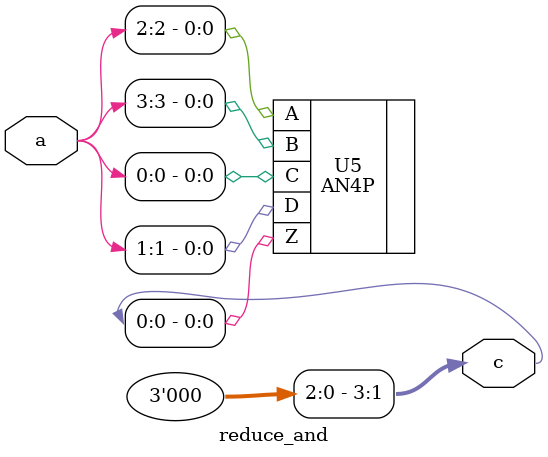
<source format=v>


module reduce_and ( a, c );
  input [3:0] a;
  output [3:0] c;

  assign c[1] = 1'b0;
  assign c[2] = 1'b0;
  assign c[3] = 1'b0;

  AN4P U5 ( .A(a[2]), .B(a[3]), .C(a[0]), .D(a[1]), .Z(c[0]) );
endmodule


</source>
